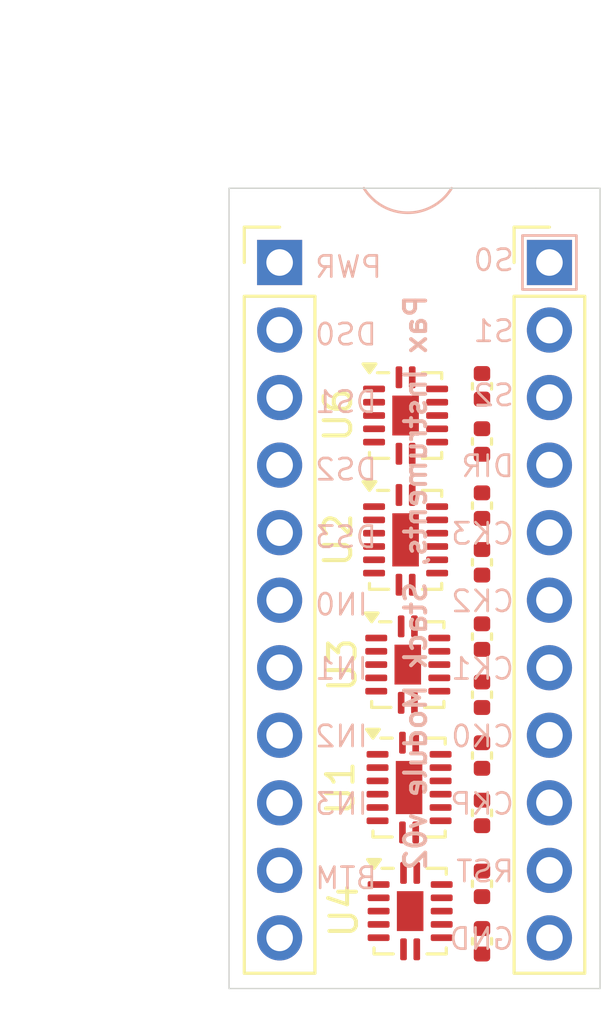
<source format=kicad_pcb>
(kicad_pcb (version 20240108) (generator "pcbnew") (generator_version "8.0")
  (layers (0 "F.Cu" signal) (31 "B.Cu" signal) (34 "B.Paste" user) (35 "F.Paste" user) (36 "B.SilkS" user "B.Silkscreen") (37 "F.SilkS" user "F.Silkscreen") (38 "B.Mask" user) (39 "F.Mask" user) (44 "Edge.Cuts" user))
  (net 0 "")
  (footprint "Capacitor_SMD:C_0402_1005Metric" (layer "F.Cu") (at 160.02 89.027 90)
    (property "Reference" "C5" (hide yes))
    (property "Value" "C_Small")
    (fp_line (start -0.107836 -0.36) (end 0.107836 -0.36) (stroke (width 0.12)) (layer "F.SilkS"))
    (fp_line (start -0.107836 0.36) (end 0.107836 0.36) (stroke (width 0.12)) (layer "F.SilkS"))
    (pad "1" smd roundrect (at -0.48 0 90) (size 0.56 0.62) (layers "F.Cu" "F.Paste" "F.Mask"))
    (pad "2" smd roundrect (at 0.48 0 90) (size 0.56 0.62) (layers "F.Cu" "F.Paste" "F.Mask"))
  )
  (footprint "Package_DFN_QFN:DHVQFN-14-1EP_2.5x3mm_P0.5mm_EP1x1.5mm" (layer "F.Cu") (at 157.226 78.622)
    (property "Reference" "U3" (at -2.4575 0.016 90) (layer "F.SilkS"))
    (property "Value" "74HC74" (hide yes))
    (fp_line (start -1.36 1.61) (end -1.36 1.385) (stroke (width 0.12)) (layer "F.SilkS"))
    (fp_line (start -0.635 -1.61) (end -1.06 -1.61) (stroke (width 0.12)) (layer "F.SilkS"))
    (fp_line (start -0.635 1.61) (end -1.36 1.61) (stroke (width 0.12)) (layer "F.SilkS"))
    (fp_line (start 0.635 -1.61) (end 1.36 -1.61) (stroke (width 0.12)) (layer "F.SilkS"))
    (fp_line (start 0.635 1.61) (end 1.36 1.61) (stroke (width 0.12)) (layer "F.SilkS"))
    (fp_line (start 1.36 -1.61) (end 1.36 -1.385) (stroke (width 0.12)) (layer "F.SilkS"))
    (fp_line (start 1.36 1.61) (end 1.36 1.385) (stroke (width 0.12)) (layer "F.SilkS"))
    (fp_poly (pts (xy -1.36 -1.61) (xy -1.6 -1.94) (xy -1.12 -1.94) (xy -1.36 -1.61)) (stroke (width 0.12)) (fill solid) (layer "F.SilkS"))
    (pad "1" smd roundrect (at -0.25 -1.4375) (size 0.25 0.825) (layers "F.Cu" "F.Paste" "F.Mask"))
    (pad "2" smd roundrect (at -1.1875 -1) (size 0.825 0.25) (layers "F.Cu" "F.Paste" "F.Mask"))
    (pad "3" smd roundrect (at -1.1875 -0.5) (size 0.825 0.25) (layers "F.Cu" "F.Paste" "F.Mask"))
    (pad "4" smd roundrect (at -1.1875 0) (size 0.825 0.25) (layers "F.Cu" "F.Paste" "F.Mask"))
    (pad "5" smd roundrect (at -1.1875 0.5) (size 0.825 0.25) (layers "F.Cu" "F.Paste" "F.Mask"))
    (pad "6" smd roundrect (at -1.1875 1) (size 0.825 0.25) (layers "F.Cu" "F.Paste" "F.Mask"))
    (pad "7" smd roundrect (at -0.25 1.4375) (size 0.25 0.825) (layers "F.Cu" "F.Paste" "F.Mask"))
    (pad "8" smd roundrect (at 0.25 1.4375) (size 0.25 0.825) (layers "F.Cu" "F.Paste" "F.Mask"))
    (pad "9" smd roundrect (at 1.1875 1) (size 0.825 0.25) (layers "F.Cu" "F.Paste" "F.Mask"))
    (pad "10" smd roundrect (at 1.1875 0.5) (size 0.825 0.25) (layers "F.Cu" "F.Paste" "F.Mask"))
    (pad "11" smd roundrect (at 1.1875 0) (size 0.825 0.25) (layers "F.Cu" "F.Paste" "F.Mask"))
    (pad "12" smd roundrect (at 1.1875 -0.5) (size 0.825 0.25) (layers "F.Cu" "F.Paste" "F.Mask"))
    (pad "13" smd roundrect (at 1.1875 -1) (size 0.825 0.25) (layers "F.Cu" "F.Paste" "F.Mask"))
    (pad "14" smd roundrect (at 0.25 -1.4375) (size 0.25 0.825) (layers "F.Cu" "F.Paste" "F.Mask"))
    (pad "15" smd rect (at 0 0) (size 1 1.5) (property pad_prop_heatsink) (layers "F.Cu" "F.Mask"))
  )
  (footprint "Capacitor_SMD:C_0402_1005Metric" (layer "F.Cu") (at 160.02 84.201 90)
    (property "Reference" "C7" (hide yes))
    (property "Value" "C_Small")
    (fp_line (start -0.107836 -0.36) (end 0.107836 -0.36) (stroke (width 0.12)) (layer "F.SilkS"))
    (fp_line (start -0.107836 0.36) (end 0.107836 0.36) (stroke (width 0.12)) (layer "F.SilkS"))
    (pad "1" smd roundrect (at -0.48 0 90) (size 0.56 0.62) (layers "F.Cu" "F.Paste" "F.Mask"))
    (pad "2" smd roundrect (at 0.48 0 90) (size 0.56 0.62) (layers "F.Cu" "F.Paste" "F.Mask"))
  )
  (footprint "Capacitor_SMD:C_0402_1005Metric" (layer "F.Cu") (at 160.02 74.775 -90)
    (property "Reference" "C4" (hide yes))
    (property "Value" "C_Small" (hide yes))
    (fp_line (start -0.107836 0.36) (end 0.107836 0.36) (stroke (width 0.12)) (layer "F.SilkS"))
    (fp_line (start -0.107836 -0.36) (end 0.107836 -0.36) (stroke (width 0.12)) (layer "F.SilkS"))
    (pad "1" smd roundrect (at -0.48 0 270) (size 0.56 0.62) (layers "F.Cu" "F.Paste" "F.Mask"))
    (pad "2" smd roundrect (at 0.48 0 270) (size 0.56 0.62) (layers "F.Cu" "F.Paste" "F.Mask"))
  )
  (footprint "Package_DFN_QFN:DHVQFN-16-1EP_2.5x3.5mm_P0.5mm_EP1x2mm" (layer "F.Cu") (at 157.2745 83.2465)
    (property "Reference" "U1" (at -2.5845 0.02 90) (layer "F.SilkS"))
    (property "Value" "74LS157" (hide yes))
    (fp_line (start -1.36 1.86) (end -1.36 1.635) (stroke (width 0.12)) (layer "F.SilkS"))
    (fp_line (start -0.635 -1.86) (end -1.06 -1.86) (stroke (width 0.12)) (layer "F.SilkS"))
    (fp_line (start -0.635 1.86) (end -1.36 1.86) (stroke (width 0.12)) (layer "F.SilkS"))
    (fp_line (start 0.635 -1.86) (end 1.36 -1.86) (stroke (width 0.12)) (layer "F.SilkS"))
    (fp_line (start 0.635 1.86) (end 1.36 1.86) (stroke (width 0.12)) (layer "F.SilkS"))
    (fp_line (start 1.36 -1.86) (end 1.36 -1.635) (stroke (width 0.12)) (layer "F.SilkS"))
    (fp_line (start 1.36 1.86) (end 1.36 1.635) (stroke (width 0.12)) (layer "F.SilkS"))
    (fp_poly (pts (xy -1.36 -1.86) (xy -1.6 -2.19) (xy -1.12 -2.19) (xy -1.36 -1.86)) (stroke (width 0.12)) (fill solid) (layer "F.SilkS"))
    (pad "1" smd roundrect (at -0.25 -1.6875) (size 0.25 0.825) (layers "F.Cu" "F.Paste" "F.Mask"))
    (pad "2" smd roundrect (at -1.1875 -1.25) (size 0.825 0.25) (layers "F.Cu" "F.Paste" "F.Mask"))
    (pad "3" smd roundrect (at -1.1875 -0.75) (size 0.825 0.25) (layers "F.Cu" "F.Paste" "F.Mask"))
    (pad "4" smd roundrect (at -1.1875 -0.25) (size 0.825 0.25) (layers "F.Cu" "F.Paste" "F.Mask"))
    (pad "5" smd roundrect (at -1.1875 0.25) (size 0.825 0.25) (layers "F.Cu" "F.Paste" "F.Mask"))
    (pad "6" smd roundrect (at -1.1875 0.75) (size 0.825 0.25) (layers "F.Cu" "F.Paste" "F.Mask"))
    (pad "7" smd roundrect (at -1.1875 1.25) (size 0.825 0.25) (layers "F.Cu" "F.Paste" "F.Mask"))
    (pad "8" smd roundrect (at -0.25 1.6875) (size 0.25 0.825) (layers "F.Cu" "F.Paste" "F.Mask"))
    (pad "9" smd roundrect (at 0.25 1.6875) (size 0.25 0.825) (layers "F.Cu" "F.Paste" "F.Mask"))
    (pad "10" smd roundrect (at 1.1875 1.25) (size 0.825 0.25) (layers "F.Cu" "F.Paste" "F.Mask"))
    (pad "11" smd roundrect (at 1.1875 0.75) (size 0.825 0.25) (layers "F.Cu" "F.Paste" "F.Mask"))
    (pad "12" smd roundrect (at 1.1875 0.25) (size 0.825 0.25) (layers "F.Cu" "F.Paste" "F.Mask"))
    (pad "13" smd roundrect (at 1.1875 -0.25) (size 0.825 0.25) (layers "F.Cu" "F.Paste" "F.Mask"))
    (pad "14" smd roundrect (at 1.1875 -0.75) (size 0.825 0.25) (layers "F.Cu" "F.Paste" "F.Mask"))
    (pad "15" smd roundrect (at 1.1875 -1.25) (size 0.825 0.25) (layers "F.Cu" "F.Paste" "F.Mask"))
    (pad "16" smd roundrect (at 0.25 -1.6875) (size 0.25 0.825) (layers "F.Cu" "F.Paste" "F.Mask"))
    (pad "17" smd rect (at 0 0) (size 1 2) (property pad_prop_heatsink) (layers "F.Cu" "F.Mask"))
  )
  (footprint "Capacitor_SMD:C_0402_1005Metric" (layer "F.Cu") (at 160.02 79.756 90)
    (property "Reference" "C9" (hide yes))
    (property "Value" "C_Small")
    (fp_line (start -0.107836 -0.36) (end 0.107836 -0.36) (stroke (width 0.12)) (layer "F.SilkS"))
    (fp_line (start -0.107836 0.36) (end 0.107836 0.36) (stroke (width 0.12)) (layer "F.SilkS"))
    (pad "1" smd roundrect (at -0.48 0 90) (size 0.56 0.62) (layers "F.Cu" "F.Paste" "F.Mask"))
    (pad "2" smd roundrect (at 0.48 0 90) (size 0.56 0.62) (layers "F.Cu" "F.Paste" "F.Mask"))
  )
  (footprint "Capacitor_SMD:C_0402_1005Metric" (layer "F.Cu") (at 160.02 70.231 90)
    (property "Reference" "C2" (hide yes))
    (property "Value" "C_Small" (hide yes))
    (fp_line (start -0.107836 -0.36) (end 0.107836 -0.36) (stroke (width 0.12)) (layer "F.SilkS"))
    (fp_line (start -0.107836 0.36) (end 0.107836 0.36) (stroke (width 0.12)) (layer "F.SilkS"))
    (pad "1" smd roundrect (at -0.48 0 90) (size 0.56 0.62) (layers "F.Cu" "F.Paste" "F.Mask"))
    (pad "2" smd roundrect (at 0.48 0 90) (size 0.56 0.62) (layers "F.Cu" "F.Paste" "F.Mask"))
  )
  (footprint "Package_DFN_QFN:DHVQFN-16-1EP_2.5x3.5mm_P0.5mm_EP1x2mm" (layer "F.Cu") (at 157.1435 73.931)
    (property "Reference" "U2" (at -2.54 0 90) (layer "F.SilkS"))
    (property "Value" "74LS151" (hide yes))
    (fp_line (start -1.36 1.86) (end -1.36 1.635) (stroke (width 0.12)) (layer "F.SilkS"))
    (fp_line (start -0.635 -1.86) (end -1.06 -1.86) (stroke (width 0.12)) (layer "F.SilkS"))
    (fp_line (start -0.635 1.86) (end -1.36 1.86) (stroke (width 0.12)) (layer "F.SilkS"))
    (fp_line (start 0.635 -1.86) (end 1.36 -1.86) (stroke (width 0.12)) (layer "F.SilkS"))
    (fp_line (start 0.635 1.86) (end 1.36 1.86) (stroke (width 0.12)) (layer "F.SilkS"))
    (fp_line (start 1.36 -1.86) (end 1.36 -1.635) (stroke (width 0.12)) (layer "F.SilkS"))
    (fp_line (start 1.36 1.86) (end 1.36 1.635) (stroke (width 0.12)) (layer "F.SilkS"))
    (fp_poly (pts (xy -1.36 -1.86) (xy -1.6 -2.19) (xy -1.12 -2.19) (xy -1.36 -1.86)) (stroke (width 0.12)) (fill solid) (layer "F.SilkS"))
    (pad "1" smd roundrect (at -0.25 -1.6875) (size 0.25 0.825) (layers "F.Cu" "F.Paste" "F.Mask"))
    (pad "2" smd roundrect (at -1.1875 -1.25) (size 0.825 0.25) (layers "F.Cu" "F.Paste" "F.Mask"))
    (pad "3" smd roundrect (at -1.1875 -0.75) (size 0.825 0.25) (layers "F.Cu" "F.Paste" "F.Mask"))
    (pad "4" smd roundrect (at -1.1875 -0.25) (size 0.825 0.25) (layers "F.Cu" "F.Paste" "F.Mask"))
    (pad "5" smd roundrect (at -1.1875 0.25) (size 0.825 0.25) (layers "F.Cu" "F.Paste" "F.Mask"))
    (pad "6" smd roundrect (at -1.1875 0.75) (size 0.825 0.25) (layers "F.Cu" "F.Paste" "F.Mask"))
    (pad "7" smd roundrect (at -1.1875 1.25) (size 0.825 0.25) (layers "F.Cu" "F.Paste" "F.Mask"))
    (pad "8" smd roundrect (at -0.25 1.6875) (size 0.25 0.825) (layers "F.Cu" "F.Paste" "F.Mask"))
    (pad "9" smd roundrect (at 0.25 1.6875) (size 0.25 0.825) (layers "F.Cu" "F.Paste" "F.Mask"))
    (pad "10" smd roundrect (at 1.1875 1.25) (size 0.825 0.25) (layers "F.Cu" "F.Paste" "F.Mask"))
    (pad "11" smd roundrect (at 1.1875 0.75) (size 0.825 0.25) (layers "F.Cu" "F.Paste" "F.Mask"))
    (pad "12" smd roundrect (at 1.1875 0.25) (size 0.825 0.25) (layers "F.Cu" "F.Paste" "F.Mask"))
    (pad "13" smd roundrect (at 1.1875 -0.25) (size 0.825 0.25) (layers "F.Cu" "F.Paste" "F.Mask"))
    (pad "14" smd roundrect (at 1.1875 -0.75) (size 0.825 0.25) (layers "F.Cu" "F.Paste" "F.Mask"))
    (pad "15" smd roundrect (at 1.1875 -1.25) (size 0.825 0.25) (layers "F.Cu" "F.Paste" "F.Mask"))
    (pad "16" smd roundrect (at 0.25 -1.6875) (size 0.25 0.825) (layers "F.Cu" "F.Paste" "F.Mask"))
    (pad "17" smd rect (at 0 0) (size 1 2) (property pad_prop_heatsink) (layers "F.Cu" "F.Mask"))
  )
  (footprint "Connector_PinHeader_2.54mm:PinHeader_1x11_P2.54mm_Vertical" (layer "F.Cu") (at 162.56 63.5)
    (property "Reference" "J2" (hide yes))
    (property "Value" "Conn_01x11_Pin" (hide yes))
    (fp_line (start -1.33 -1.33) (end 0 -1.33) (stroke (width 0.12)) (layer "F.SilkS"))
    (fp_line (start -1.33 0) (end -1.33 -1.33) (stroke (width 0.12)) (layer "F.SilkS"))
    (fp_line (start -1.33 1.27) (end -1.33 26.73) (stroke (width 0.12)) (layer "F.SilkS"))
    (fp_line (start -1.33 1.27) (end 1.33 1.27) (stroke (width 0.12)) (layer "F.SilkS"))
    (fp_line (start -1.33 26.73) (end 1.33 26.73) (stroke (width 0.12)) (layer "F.SilkS"))
    (fp_line (start 1.33 1.27) (end 1.33 26.73) (stroke (width 0.12)) (layer "F.SilkS"))
    (pad "1" thru_hole rect (at 0 0) (size 1.7 1.7) (drill 1) (layers "*.Cu" "*.Mask" "In1.Cu" "In2.Cu" "In3.Cu" "In4.Cu" "In5.Cu" "In6.Cu" "In7.Cu" "In8.Cu" "In9.Cu" "In10.Cu" "In11.Cu" "In12.Cu" "In13.Cu" "In14.Cu" "In15.Cu" "In16.Cu" "In17.Cu" "In18.Cu" "In19.Cu" "In20.Cu" "In21.Cu" "In22.Cu" "In23.Cu" "In24.Cu" "In25.Cu" "In26.Cu" "In27.Cu" "In28.Cu" "In29.Cu" "In30.Cu"))
    (pad "2" thru_hole oval (at 0 2.54) (size 1.7 1.7) (drill 1) (layers "*.Cu" "*.Mask" "In1.Cu" "In2.Cu" "In3.Cu" "In4.Cu" "In5.Cu" "In6.Cu" "In7.Cu" "In8.Cu" "In9.Cu" "In10.Cu" "In11.Cu" "In12.Cu" "In13.Cu" "In14.Cu" "In15.Cu" "In16.Cu" "In17.Cu" "In18.Cu" "In19.Cu" "In20.Cu" "In21.Cu" "In22.Cu" "In23.Cu" "In24.Cu" "In25.Cu" "In26.Cu" "In27.Cu" "In28.Cu" "In29.Cu" "In30.Cu"))
    (pad "3" thru_hole oval (at 0 5.08) (size 1.7 1.7) (drill 1) (layers "*.Cu" "*.Mask" "In1.Cu" "In2.Cu" "In3.Cu" "In4.Cu" "In5.Cu" "In6.Cu" "In7.Cu" "In8.Cu" "In9.Cu" "In10.Cu" "In11.Cu" "In12.Cu" "In13.Cu" "In14.Cu" "In15.Cu" "In16.Cu" "In17.Cu" "In18.Cu" "In19.Cu" "In20.Cu" "In21.Cu" "In22.Cu" "In23.Cu" "In24.Cu" "In25.Cu" "In26.Cu" "In27.Cu" "In28.Cu" "In29.Cu" "In30.Cu"))
    (pad "4" thru_hole oval (at 0 7.62) (size 1.7 1.7) (drill 1) (layers "*.Cu" "*.Mask" "In1.Cu" "In2.Cu" "In3.Cu" "In4.Cu" "In5.Cu" "In6.Cu" "In7.Cu" "In8.Cu" "In9.Cu" "In10.Cu" "In11.Cu" "In12.Cu" "In13.Cu" "In14.Cu" "In15.Cu" "In16.Cu" "In17.Cu" "In18.Cu" "In19.Cu" "In20.Cu" "In21.Cu" "In22.Cu" "In23.Cu" "In24.Cu" "In25.Cu" "In26.Cu" "In27.Cu" "In28.Cu" "In29.Cu" "In30.Cu"))
    (pad "5" thru_hole oval (at 0 10.16) (size 1.7 1.7) (drill 1) (layers "*.Cu" "*.Mask" "In1.Cu" "In2.Cu" "In3.Cu" "In4.Cu" "In5.Cu" "In6.Cu" "In7.Cu" "In8.Cu" "In9.Cu" "In10.Cu" "In11.Cu" "In12.Cu" "In13.Cu" "In14.Cu" "In15.Cu" "In16.Cu" "In17.Cu" "In18.Cu" "In19.Cu" "In20.Cu" "In21.Cu" "In22.Cu" "In23.Cu" "In24.Cu" "In25.Cu" "In26.Cu" "In27.Cu" "In28.Cu" "In29.Cu" "In30.Cu"))
    (pad "6" thru_hole oval (at 0 12.7) (size 1.7 1.7) (drill 1) (layers "*.Cu" "*.Mask" "In1.Cu" "In2.Cu" "In3.Cu" "In4.Cu" "In5.Cu" "In6.Cu" "In7.Cu" "In8.Cu" "In9.Cu" "In10.Cu" "In11.Cu" "In12.Cu" "In13.Cu" "In14.Cu" "In15.Cu" "In16.Cu" "In17.Cu" "In18.Cu" "In19.Cu" "In20.Cu" "In21.Cu" "In22.Cu" "In23.Cu" "In24.Cu" "In25.Cu" "In26.Cu" "In27.Cu" "In28.Cu" "In29.Cu" "In30.Cu"))
    (pad "7" thru_hole oval (at 0 15.24) (size 1.7 1.7) (drill 1) (layers "*.Cu" "*.Mask" "In1.Cu" "In2.Cu" "In3.Cu" "In4.Cu" "In5.Cu" "In6.Cu" "In7.Cu" "In8.Cu" "In9.Cu" "In10.Cu" "In11.Cu" "In12.Cu" "In13.Cu" "In14.Cu" "In15.Cu" "In16.Cu" "In17.Cu" "In18.Cu" "In19.Cu" "In20.Cu" "In21.Cu" "In22.Cu" "In23.Cu" "In24.Cu" "In25.Cu" "In26.Cu" "In27.Cu" "In28.Cu" "In29.Cu" "In30.Cu"))
    (pad "8" thru_hole oval (at 0 17.78) (size 1.7 1.7) (drill 1) (layers "*.Cu" "*.Mask" "In1.Cu" "In2.Cu" "In3.Cu" "In4.Cu" "In5.Cu" "In6.Cu" "In7.Cu" "In8.Cu" "In9.Cu" "In10.Cu" "In11.Cu" "In12.Cu" "In13.Cu" "In14.Cu" "In15.Cu" "In16.Cu" "In17.Cu" "In18.Cu" "In19.Cu" "In20.Cu" "In21.Cu" "In22.Cu" "In23.Cu" "In24.Cu" "In25.Cu" "In26.Cu" "In27.Cu" "In28.Cu" "In29.Cu" "In30.Cu"))
    (pad "9" thru_hole oval (at 0 20.32) (size 1.7 1.7) (drill 1) (layers "*.Cu" "*.Mask" "In1.Cu" "In2.Cu" "In3.Cu" "In4.Cu" "In5.Cu" "In6.Cu" "In7.Cu" "In8.Cu" "In9.Cu" "In10.Cu" "In11.Cu" "In12.Cu" "In13.Cu" "In14.Cu" "In15.Cu" "In16.Cu" "In17.Cu" "In18.Cu" "In19.Cu" "In20.Cu" "In21.Cu" "In22.Cu" "In23.Cu" "In24.Cu" "In25.Cu" "In26.Cu" "In27.Cu" "In28.Cu" "In29.Cu" "In30.Cu"))
    (pad "10" thru_hole oval (at 0 22.86) (size 1.7 1.7) (drill 1) (layers "*.Cu" "*.Mask" "In1.Cu" "In2.Cu" "In3.Cu" "In4.Cu" "In5.Cu" "In6.Cu" "In7.Cu" "In8.Cu" "In9.Cu" "In10.Cu" "In11.Cu" "In12.Cu" "In13.Cu" "In14.Cu" "In15.Cu" "In16.Cu" "In17.Cu" "In18.Cu" "In19.Cu" "In20.Cu" "In21.Cu" "In22.Cu" "In23.Cu" "In24.Cu" "In25.Cu" "In26.Cu" "In27.Cu" "In28.Cu" "In29.Cu" "In30.Cu"))
    (pad "11" thru_hole oval (at 0 25.4) (size 1.7 1.7) (drill 1) (layers "*.Cu" "*.Mask" "In1.Cu" "In2.Cu" "In3.Cu" "In4.Cu" "In5.Cu" "In6.Cu" "In7.Cu" "In8.Cu" "In9.Cu" "In10.Cu" "In11.Cu" "In12.Cu" "In13.Cu" "In14.Cu" "In15.Cu" "In16.Cu" "In17.Cu" "In18.Cu" "In19.Cu" "In20.Cu" "In21.Cu" "In22.Cu" "In23.Cu" "In24.Cu" "In25.Cu" "In26.Cu" "In27.Cu" "In28.Cu" "In29.Cu" "In30.Cu"))
  )
  (footprint "Capacitor_SMD:C_0402_1005Metric" (layer "F.Cu") (at 160.02 82.042 90)
    (property "Reference" "C8" (hide yes))
    (property "Value" "C_Small")
    (fp_line (start -0.107836 -0.36) (end 0.107836 -0.36) (stroke (width 0.12)) (layer "F.SilkS"))
    (fp_line (start -0.107836 0.36) (end 0.107836 0.36) (stroke (width 0.12)) (layer "F.SilkS"))
    (pad "1" smd roundrect (at -0.48 0 90) (size 0.56 0.62) (layers "F.Cu" "F.Paste" "F.Mask"))
    (pad "2" smd roundrect (at 0.48 0 90) (size 0.56 0.62) (layers "F.Cu" "F.Paste" "F.Mask"))
  )
  (footprint "Capacitor_SMD:C_0402_1005Metric" (layer "F.Cu") (at 160.02 86.868 90)
    (property "Reference" "C6" (hide yes))
    (property "Value" "C_Small")
    (fp_line (start -0.107836 -0.36) (end 0.107836 -0.36) (stroke (width 0.12)) (layer "F.SilkS"))
    (fp_line (start -0.107836 0.36) (end 0.107836 0.36) (stroke (width 0.12)) (layer "F.SilkS"))
    (pad "1" smd roundrect (at -0.48 0 90) (size 0.56 0.62) (layers "F.Cu" "F.Paste" "F.Mask"))
    (pad "2" smd roundrect (at 0.48 0 90) (size 0.56 0.62) (layers "F.Cu" "F.Paste" "F.Mask"))
  )
  (footprint "Capacitor_SMD:C_0402_1005Metric" (layer "F.Cu") (at 160.02 72.644 90)
    (property "Reference" "C3" (hide yes))
    (property "Value" "C_Small" (hide yes))
    (fp_line (start -0.107836 -0.36) (end 0.107836 -0.36) (stroke (width 0.12)) (layer "F.SilkS"))
    (fp_line (start -0.107836 0.36) (end 0.107836 0.36) (stroke (width 0.12)) (layer "F.SilkS"))
    (pad "1" smd roundrect (at -0.48 0 90) (size 0.56 0.62) (layers "F.Cu" "F.Paste" "F.Mask"))
    (pad "2" smd roundrect (at 0.48 0 90) (size 0.56 0.62) (layers "F.Cu" "F.Paste" "F.Mask"))
  )
  (footprint "Connector_PinHeader_2.54mm:PinHeader_1x11_P2.54mm_Vertical" (layer "F.Cu") (at 152.4 63.5)
    (property "Reference" "J1" (hide yes))
    (property "Value" "Conn_01x11_Pin" (hide yes))
    (fp_line (start -1.33 -1.33) (end 0 -1.33) (stroke (width 0.12)) (layer "F.SilkS"))
    (fp_line (start -1.33 0) (end -1.33 -1.33) (stroke (width 0.12)) (layer "F.SilkS"))
    (fp_line (start -1.33 1.27) (end -1.33 26.73) (stroke (width 0.12)) (layer "F.SilkS"))
    (fp_line (start -1.33 1.27) (end 1.33 1.27) (stroke (width 0.12)) (layer "F.SilkS"))
    (fp_line (start -1.33 26.73) (end 1.33 26.73) (stroke (width 0.12)) (layer "F.SilkS"))
    (fp_line (start 1.33 1.27) (end 1.33 26.73) (stroke (width 0.12)) (layer "F.SilkS"))
    (pad "1" thru_hole rect (at 0 0) (size 1.7 1.7) (drill 1) (layers "*.Cu" "*.Mask" "In1.Cu" "In2.Cu" "In3.Cu" "In4.Cu" "In5.Cu" "In6.Cu" "In7.Cu" "In8.Cu" "In9.Cu" "In10.Cu" "In11.Cu" "In12.Cu" "In13.Cu" "In14.Cu" "In15.Cu" "In16.Cu" "In17.Cu" "In18.Cu" "In19.Cu" "In20.Cu" "In21.Cu" "In22.Cu" "In23.Cu" "In24.Cu" "In25.Cu" "In26.Cu" "In27.Cu" "In28.Cu" "In29.Cu" "In30.Cu"))
    (pad "2" thru_hole oval (at 0 2.54) (size 1.7 1.7) (drill 1) (layers "*.Cu" "*.Mask" "In1.Cu" "In2.Cu" "In3.Cu" "In4.Cu" "In5.Cu" "In6.Cu" "In7.Cu" "In8.Cu" "In9.Cu" "In10.Cu" "In11.Cu" "In12.Cu" "In13.Cu" "In14.Cu" "In15.Cu" "In16.Cu" "In17.Cu" "In18.Cu" "In19.Cu" "In20.Cu" "In21.Cu" "In22.Cu" "In23.Cu" "In24.Cu" "In25.Cu" "In26.Cu" "In27.Cu" "In28.Cu" "In29.Cu" "In30.Cu"))
    (pad "3" thru_hole oval (at 0 5.08) (size 1.7 1.7) (drill 1) (layers "*.Cu" "*.Mask" "In1.Cu" "In2.Cu" "In3.Cu" "In4.Cu" "In5.Cu" "In6.Cu" "In7.Cu" "In8.Cu" "In9.Cu" "In10.Cu" "In11.Cu" "In12.Cu" "In13.Cu" "In14.Cu" "In15.Cu" "In16.Cu" "In17.Cu" "In18.Cu" "In19.Cu" "In20.Cu" "In21.Cu" "In22.Cu" "In23.Cu" "In24.Cu" "In25.Cu" "In26.Cu" "In27.Cu" "In28.Cu" "In29.Cu" "In30.Cu"))
    (pad "4" thru_hole oval (at 0 7.62) (size 1.7 1.7) (drill 1) (layers "*.Cu" "*.Mask" "In1.Cu" "In2.Cu" "In3.Cu" "In4.Cu" "In5.Cu" "In6.Cu" "In7.Cu" "In8.Cu" "In9.Cu" "In10.Cu" "In11.Cu" "In12.Cu" "In13.Cu" "In14.Cu" "In15.Cu" "In16.Cu" "In17.Cu" "In18.Cu" "In19.Cu" "In20.Cu" "In21.Cu" "In22.Cu" "In23.Cu" "In24.Cu" "In25.Cu" "In26.Cu" "In27.Cu" "In28.Cu" "In29.Cu" "In30.Cu"))
    (pad "5" thru_hole oval (at 0 10.16) (size 1.7 1.7) (drill 1) (layers "*.Cu" "*.Mask" "In1.Cu" "In2.Cu" "In3.Cu" "In4.Cu" "In5.Cu" "In6.Cu" "In7.Cu" "In8.Cu" "In9.Cu" "In10.Cu" "In11.Cu" "In12.Cu" "In13.Cu" "In14.Cu" "In15.Cu" "In16.Cu" "In17.Cu" "In18.Cu" "In19.Cu" "In20.Cu" "In21.Cu" "In22.Cu" "In23.Cu" "In24.Cu" "In25.Cu" "In26.Cu" "In27.Cu" "In28.Cu" "In29.Cu" "In30.Cu"))
    (pad "6" thru_hole oval (at 0 12.7) (size 1.7 1.7) (drill 1) (layers "*.Cu" "*.Mask" "In1.Cu" "In2.Cu" "In3.Cu" "In4.Cu" "In5.Cu" "In6.Cu" "In7.Cu" "In8.Cu" "In9.Cu" "In10.Cu" "In11.Cu" "In12.Cu" "In13.Cu" "In14.Cu" "In15.Cu" "In16.Cu" "In17.Cu" "In18.Cu" "In19.Cu" "In20.Cu" "In21.Cu" "In22.Cu" "In23.Cu" "In24.Cu" "In25.Cu" "In26.Cu" "In27.Cu" "In28.Cu" "In29.Cu" "In30.Cu"))
    (pad "7" thru_hole oval (at 0 15.24) (size 1.7 1.7) (drill 1) (layers "*.Cu" "*.Mask" "In1.Cu" "In2.Cu" "In3.Cu" "In4.Cu" "In5.Cu" "In6.Cu" "In7.Cu" "In8.Cu" "In9.Cu" "In10.Cu" "In11.Cu" "In12.Cu" "In13.Cu" "In14.Cu" "In15.Cu" "In16.Cu" "In17.Cu" "In18.Cu" "In19.Cu" "In20.Cu" "In21.Cu" "In22.Cu" "In23.Cu" "In24.Cu" "In25.Cu" "In26.Cu" "In27.Cu" "In28.Cu" "In29.Cu" "In30.Cu"))
    (pad "8" thru_hole oval (at 0 17.78) (size 1.7 1.7) (drill 1) (layers "*.Cu" "*.Mask" "In1.Cu" "In2.Cu" "In3.Cu" "In4.Cu" "In5.Cu" "In6.Cu" "In7.Cu" "In8.Cu" "In9.Cu" "In10.Cu" "In11.Cu" "In12.Cu" "In13.Cu" "In14.Cu" "In15.Cu" "In16.Cu" "In17.Cu" "In18.Cu" "In19.Cu" "In20.Cu" "In21.Cu" "In22.Cu" "In23.Cu" "In24.Cu" "In25.Cu" "In26.Cu" "In27.Cu" "In28.Cu" "In29.Cu" "In30.Cu"))
    (pad "9" thru_hole oval (at 0 20.32) (size 1.7 1.7) (drill 1) (layers "*.Cu" "*.Mask" "In1.Cu" "In2.Cu" "In3.Cu" "In4.Cu" "In5.Cu" "In6.Cu" "In7.Cu" "In8.Cu" "In9.Cu" "In10.Cu" "In11.Cu" "In12.Cu" "In13.Cu" "In14.Cu" "In15.Cu" "In16.Cu" "In17.Cu" "In18.Cu" "In19.Cu" "In20.Cu" "In21.Cu" "In22.Cu" "In23.Cu" "In24.Cu" "In25.Cu" "In26.Cu" "In27.Cu" "In28.Cu" "In29.Cu" "In30.Cu"))
    (pad "10" thru_hole oval (at 0 22.86) (size 1.7 1.7) (drill 1) (layers "*.Cu" "*.Mask" "In1.Cu" "In2.Cu" "In3.Cu" "In4.Cu" "In5.Cu" "In6.Cu" "In7.Cu" "In8.Cu" "In9.Cu" "In10.Cu" "In11.Cu" "In12.Cu" "In13.Cu" "In14.Cu" "In15.Cu" "In16.Cu" "In17.Cu" "In18.Cu" "In19.Cu" "In20.Cu" "In21.Cu" "In22.Cu" "In23.Cu" "In24.Cu" "In25.Cu" "In26.Cu" "In27.Cu" "In28.Cu" "In29.Cu" "In30.Cu"))
    (pad "11" thru_hole oval (at 0 25.4) (size 1.7 1.7) (drill 1) (layers "*.Cu" "*.Mask" "In1.Cu" "In2.Cu" "In3.Cu" "In4.Cu" "In5.Cu" "In6.Cu" "In7.Cu" "In8.Cu" "In9.Cu" "In10.Cu" "In11.Cu" "In12.Cu" "In13.Cu" "In14.Cu" "In15.Cu" "In16.Cu" "In17.Cu" "In18.Cu" "In19.Cu" "In20.Cu" "In21.Cu" "In22.Cu" "In23.Cu" "In24.Cu" "In25.Cu" "In26.Cu" "In27.Cu" "In28.Cu" "In29.Cu" "In30.Cu"))
  )
  (footprint "Package_DFN_QFN:DHVQFN-14-1EP_2.5x3mm_P0.5mm_EP1x1.5mm" (layer "F.Cu") (at 157.1435 69.255)
    (property "Reference" "U6" (at -2.54 -0.015 90) (layer "F.SilkS"))
    (property "Value" "7408" (hide yes))
    (fp_line (start -1.36 1.61) (end -1.36 1.385) (stroke (width 0.12)) (layer "F.SilkS"))
    (fp_line (start -0.635 -1.61) (end -1.06 -1.61) (stroke (width 0.12)) (layer "F.SilkS"))
    (fp_line (start -0.635 1.61) (end -1.36 1.61) (stroke (width 0.12)) (layer "F.SilkS"))
    (fp_line (start 0.635 -1.61) (end 1.36 -1.61) (stroke (width 0.12)) (layer "F.SilkS"))
    (fp_line (start 0.635 1.61) (end 1.36 1.61) (stroke (width 0.12)) (layer "F.SilkS"))
    (fp_line (start 1.36 -1.61) (end 1.36 -1.385) (stroke (width 0.12)) (layer "F.SilkS"))
    (fp_line (start 1.36 1.61) (end 1.36 1.385) (stroke (width 0.12)) (layer "F.SilkS"))
    (fp_poly (pts (xy -1.36 -1.61) (xy -1.6 -1.94) (xy -1.12 -1.94) (xy -1.36 -1.61)) (stroke (width 0.12)) (fill solid) (layer "F.SilkS"))
    (pad "1" smd roundrect (at -0.25 -1.4375) (size 0.25 0.825) (layers "F.Cu" "F.Paste" "F.Mask"))
    (pad "2" smd roundrect (at -1.1875 -1) (size 0.825 0.25) (layers "F.Cu" "F.Paste" "F.Mask"))
    (pad "3" smd roundrect (at -1.1875 -0.5) (size 0.825 0.25) (layers "F.Cu" "F.Paste" "F.Mask"))
    (pad "4" smd roundrect (at -1.1875 0) (size 0.825 0.25) (layers "F.Cu" "F.Paste" "F.Mask"))
    (pad "5" smd roundrect (at -1.1875 0.5) (size 0.825 0.25) (layers "F.Cu" "F.Paste" "F.Mask"))
    (pad "6" smd roundrect (at -1.1875 1) (size 0.825 0.25) (layers "F.Cu" "F.Paste" "F.Mask"))
    (pad "7" smd roundrect (at -0.25 1.4375) (size 0.25 0.825) (layers "F.Cu" "F.Paste" "F.Mask"))
    (pad "8" smd roundrect (at 0.25 1.4375) (size 0.25 0.825) (layers "F.Cu" "F.Paste" "F.Mask"))
    (pad "9" smd roundrect (at 1.1875 1) (size 0.825 0.25) (layers "F.Cu" "F.Paste" "F.Mask"))
    (pad "10" smd roundrect (at 1.1875 0.5) (size 0.825 0.25) (layers "F.Cu" "F.Paste" "F.Mask"))
    (pad "11" smd roundrect (at 1.1875 0) (size 0.825 0.25) (layers "F.Cu" "F.Paste" "F.Mask"))
    (pad "12" smd roundrect (at 1.1875 -0.5) (size 0.825 0.25) (layers "F.Cu" "F.Paste" "F.Mask"))
    (pad "13" smd roundrect (at 1.1875 -1) (size 0.825 0.25) (layers "F.Cu" "F.Paste" "F.Mask"))
    (pad "14" smd roundrect (at 0.25 -1.4375) (size 0.25 0.825) (layers "F.Cu" "F.Paste" "F.Mask"))
    (pad "15" smd rect (at 0 0) (size 1 1.5) (property pad_prop_heatsink) (layers "F.Cu" "F.Mask"))
  )
  (footprint "Package_DFN_QFN:DHVQFN-14-1EP_2.5x3mm_P0.5mm_EP1x1.5mm" (layer "F.Cu") (at 157.315 87.893)
    (property "Reference" "U4" (at -2.4955 -0.016 90) (layer "F.SilkS"))
    (property "Value" "74HC74" (hide yes))
    (fp_line (start -1.36 1.61) (end -1.36 1.385) (stroke (width 0.12)) (layer "F.SilkS"))
    (fp_line (start -0.635 -1.61) (end -1.06 -1.61) (stroke (width 0.12)) (layer "F.SilkS"))
    (fp_line (start -0.635 1.61) (end -1.36 1.61) (stroke (width 0.12)) (layer "F.SilkS"))
    (fp_line (start 0.635 -1.61) (end 1.36 -1.61) (stroke (width 0.12)) (layer "F.SilkS"))
    (fp_line (start 0.635 1.61) (end 1.36 1.61) (stroke (width 0.12)) (layer "F.SilkS"))
    (fp_line (start 1.36 -1.61) (end 1.36 -1.385) (stroke (width 0.12)) (layer "F.SilkS"))
    (fp_line (start 1.36 1.61) (end 1.36 1.385) (stroke (width 0.12)) (layer "F.SilkS"))
    (fp_poly (pts (xy -1.36 -1.61) (xy -1.6 -1.94) (xy -1.12 -1.94) (xy -1.36 -1.61)) (stroke (width 0.12)) (fill solid) (layer "F.SilkS"))
    (pad "1" smd roundrect (at -0.25 -1.4375) (size 0.25 0.825) (layers "F.Cu" "F.Paste" "F.Mask"))
    (pad "2" smd roundrect (at -1.1875 -1) (size 0.825 0.25) (layers "F.Cu" "F.Paste" "F.Mask"))
    (pad "3" smd roundrect (at -1.1875 -0.5) (size 0.825 0.25) (layers "F.Cu" "F.Paste" "F.Mask"))
    (pad "4" smd roundrect (at -1.1875 0) (size 0.825 0.25) (layers "F.Cu" "F.Paste" "F.Mask"))
    (pad "5" smd roundrect (at -1.1875 0.5) (size 0.825 0.25) (layers "F.Cu" "F.Paste" "F.Mask"))
    (pad "6" smd roundrect (at -1.1875 1) (size 0.825 0.25) (layers "F.Cu" "F.Paste" "F.Mask"))
    (pad "7" smd roundrect (at -0.25 1.4375) (size 0.25 0.825) (layers "F.Cu" "F.Paste" "F.Mask"))
    (pad "8" smd roundrect (at 0.25 1.4375) (size 0.25 0.825) (layers "F.Cu" "F.Paste" "F.Mask"))
    (pad "9" smd roundrect (at 1.1875 1) (size 0.825 0.25) (layers "F.Cu" "F.Paste" "F.Mask"))
    (pad "10" smd roundrect (at 1.1875 0.5) (size 0.825 0.25) (layers "F.Cu" "F.Paste" "F.Mask"))
    (pad "11" smd roundrect (at 1.1875 0) (size 0.825 0.25) (layers "F.Cu" "F.Paste" "F.Mask"))
    (pad "12" smd roundrect (at 1.1875 -0.5) (size 0.825 0.25) (layers "F.Cu" "F.Paste" "F.Mask"))
    (pad "13" smd roundrect (at 1.1875 -1) (size 0.825 0.25) (layers "F.Cu" "F.Paste" "F.Mask"))
    (pad "14" smd roundrect (at 0.25 -1.4375) (size 0.25 0.825) (layers "F.Cu" "F.Paste" "F.Mask"))
    (pad "15" smd rect (at 0 0) (size 1 1.5) (property pad_prop_heatsink) (layers "F.Cu" "F.Mask"))
  )
  (footprint "Capacitor_SMD:C_0402_1005Metric" (layer "F.Cu") (at 160.02 77.569 90)
    (property "Reference" "C10" (hide yes))
    (property "Value" "C_Small")
    (fp_line (start -0.107836 -0.36) (end 0.107836 -0.36) (stroke (width 0.12)) (layer "F.SilkS"))
    (fp_line (start -0.107836 0.36) (end 0.107836 0.36) (stroke (width 0.12)) (layer "F.SilkS"))
    (pad "1" smd roundrect (at -0.48 0 90) (size 0.56 0.62) (layers "F.Cu" "F.Paste" "F.Mask"))
    (pad "2" smd roundrect (at 0.48 0 90) (size 0.56 0.62) (layers "F.Cu" "F.Paste" "F.Mask"))
  )
  (footprint "Capacitor_SMD:C_0402_1005Metric" (layer "F.Cu") (at 160.02 68.156 90)
    (property "Reference" "C1" (hide yes))
    (property "Value" "C_Small" (hide yes))
    (fp_line (start -0.107836 -0.36) (end 0.107836 -0.36) (stroke (width 0.12)) (layer "F.SilkS"))
    (fp_line (start -0.107836 0.36) (end 0.107836 0.36) (stroke (width 0.12)) (layer "F.SilkS"))
    (pad "1" smd roundrect (at -0.48 0 90) (size 0.56 0.62) (layers "F.Cu" "F.Paste" "F.Mask"))
    (pad "2" smd roundrect (at 0.48 0 90) (size 0.56 0.62) (layers "F.Cu" "F.Paste" "F.Mask"))
  )
  (gr_rect (start 161.544 62.484) (end 163.576 64.516) (stroke (width 0.1)) (fill none) (layer "B.SilkS"))
  (gr_arc (start 158.876999 60.706) (mid 157.226 61.62857) (end 155.575001 60.706) (stroke (width 0.1)) (layer "B.SilkS"))
  (gr_line (start 150.495 90.805) (end 164.465 90.805) (stroke (width 0.05)) (layer "Edge.Cuts"))
  (gr_line (start 162.052 60.706) (end 150.495 60.706) (stroke (width 0.05)) (layer "Edge.Cuts"))
  (gr_line (start 164.465 60.706) (end 162.052 60.706) (stroke (width 0.05)) (layer "Edge.Cuts"))
  (gr_line (start 164.465 90.805) (end 164.465 60.706) (stroke (width 0.05)) (layer "Edge.Cuts"))
  (gr_line (start 150.495 60.706) (end 150.495 90.805) (stroke (width 0.05)) (layer "Edge.Cuts"))
  (gr_text "DS3" (at 153.67 74.295 0) (layer "B.SilkS") (effects (font (size 0.8 0.8) (thickness 0.1)) (justify right bottom mirror)))
  (gr_text "DIR" (at 161.29 71.628 0) (layer "B.SilkS") (effects (font (size 0.8 0.8) (thickness 0.1)) (justify left bottom mirror)))
  (gr_text "IN3" (at 153.67 84.328 0) (layer "B.SilkS") (effects (font (size 0.8 0.8) (thickness 0.1)) (justify right bottom mirror)))
  (gr_text "IN0" (at 153.67 76.835 0) (layer "B.SilkS") (effects (font (size 0.8 0.8) (thickness 0.1)) (justify right bottom mirror)))
  (gr_text "PWR" (at 153.67 64.135 0) (layer "B.SilkS") (effects (font (size 0.8 0.8) (thickness 0.1)) (justify right bottom mirror)))
  (gr_text "GND" (at 161.29 89.408 0) (layer "B.SilkS") (effects (font (size 0.8 0.8) (thickness 0.1)) (justify left bottom mirror)))
  (gr_text "DS1" (at 153.67 69.215 0) (layer "B.SilkS") (effects (font (size 0.8 0.8) (thickness 0.1)) (justify right bottom mirror)))
  (gr_text "S2" (at 161.29 68.961 0) (layer "B.SilkS") (effects (font (size 0.8 0.8) (thickness 0.1)) (justify left bottom mirror)))
  (gr_text "DS2" (at 153.67 71.755 0) (layer "B.SilkS") (effects (font (size 0.8 0.8) (thickness 0.1)) (justify right bottom mirror)))
  (gr_text "CKP" (at 161.29 84.328 0) (layer "B.SilkS") (effects (font (size 0.8 0.8) (thickness 0.1)) (justify left bottom mirror)))
  (gr_text "S1" (at 161.29 66.548 0) (layer "B.SilkS") (effects (font (size 0.8 0.8) (thickness 0.1)) (justify left bottom mirror)))
  (gr_text "CK0" (at 161.29 81.788 0) (layer "B.SilkS") (effects (font (size 0.8 0.8) (thickness 0.1)) (justify left bottom mirror)))
  (gr_text "BTM" (at 153.67 87.122 0) (layer "B.SilkS") (effects (font (size 0.8 0.8) (thickness 0.1)) (justify right bottom mirror)))
  (gr_text "CK1" (at 161.29 79.248 0) (layer "B.SilkS") (effects (font (size 0.8 0.8) (thickness 0.1)) (justify left bottom mirror)))
  (gr_text "S0" (at 161.29 63.881 0) (layer "B.SilkS") (effects (font (size 0.8 0.8) (thickness 0.1)) (justify left bottom mirror)))
  (gr_text "IN2" (at 153.67 81.788 0) (layer "B.SilkS") (effects (font (size 0.8 0.8) (thickness 0.1)) (justify right bottom mirror)))
  (gr_text "IN1" (at 153.67 79.248 0) (layer "B.SilkS") (effects (font (size 0.8 0.8) (thickness 0.1)) (justify right bottom mirror)))
  (gr_text "CK2" (at 161.29 76.708 0) (layer "B.SilkS") (effects (font (size 0.8 0.8) (thickness 0.1)) (justify left bottom mirror)))
  (gr_text "DS0" (at 153.67 66.675 0) (layer "B.SilkS") (effects (font (size 0.8 0.8) (thickness 0.1)) (justify right bottom mirror)))
  (gr_text "RST" (at 161.29 86.868 0) (layer "B.SilkS") (effects (font (size 0.8 0.8) (thickness 0.1)) (justify left bottom mirror)))
  (gr_text "Pax Instruments, Stack Module v02" (at 157.988 64.643 90) (layer "B.SilkS") (effects (font (size 0.8 0.8)) (justify left bottom mirror)))
  (gr_text "CK3" (at 161.29 74.168 0) (layer "B.SilkS") (effects (font (size 0.8 0.8) (thickness 0.1)) (justify left bottom mirror)))
)
</source>
